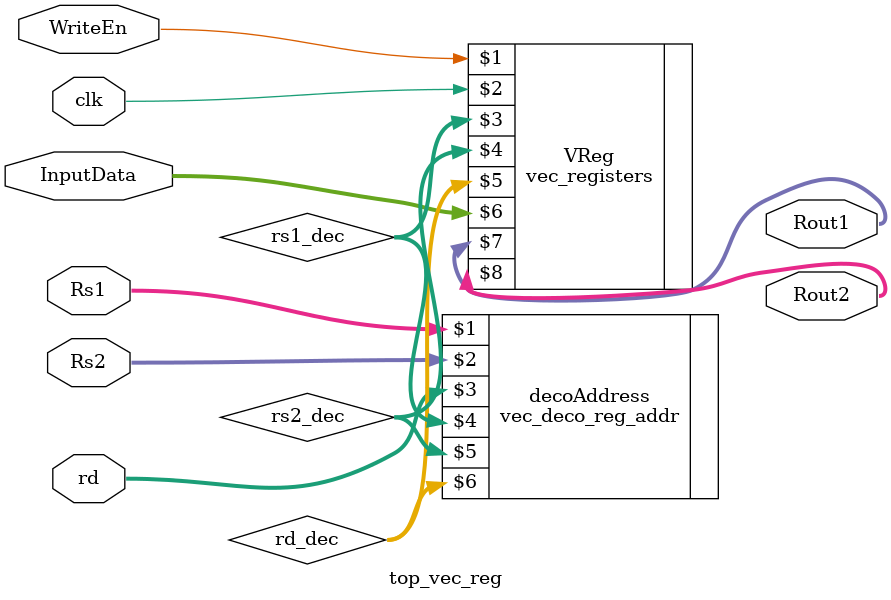
<source format=sv>
module top_vec_reg(input logic WriteEn,clk,
					          input logic [4:0] Rs1, Rs2,rd,
								 input logic [127:0]InputData,
								 output logic [127:0]Rout1, Rout2);
								 
								 logic [4:0] rs1_dec, rs2_dec, rd_dec;
								 
								 vec_deco_reg_addr decoAddress (Rs1,Rs2,rd, rs1_dec, rs2_dec, rd_dec);
								 
								 vec_registers VReg (WriteEn,clk, rs1_dec, rs2_dec, rd_dec,InputData,Rout1, Rout2);
								 

endmodule

</source>
